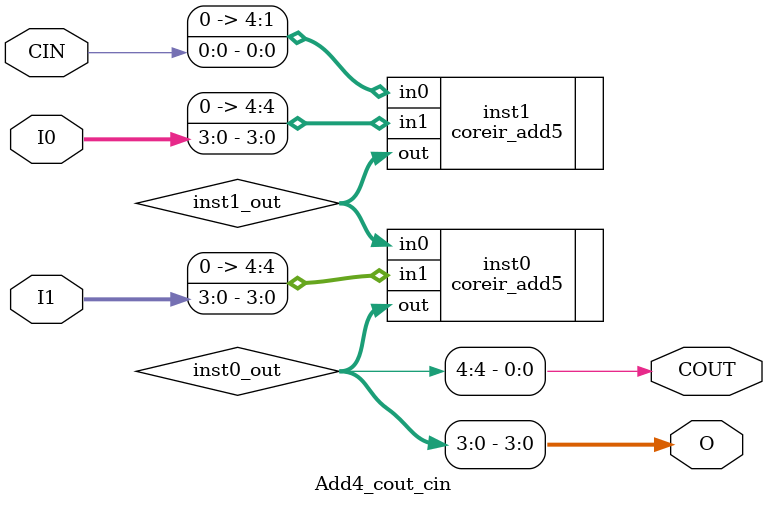
<source format=v>
module Add4_cout_cin (input [3:0] I0, input [3:0] I1, output [3:0] O, output  COUT, input  CIN);
wire [4:0] inst0_out;
wire [4:0] inst1_out;
coreir_add5 inst0 (.in0(inst1_out), .in1({1'b0,I1[3],I1[2],I1[1],I1[0]}), .out(inst0_out));
coreir_add5 inst1 (.in0({1'b0,1'b0,1'b0,1'b0,CIN}), .in1({1'b0,I0[3],I0[2],I0[1],I0[0]}), .out(inst1_out));
assign O = {inst0_out[3],inst0_out[2],inst0_out[1],inst0_out[0]};
assign COUT = inst0_out[4];
endmodule


</source>
